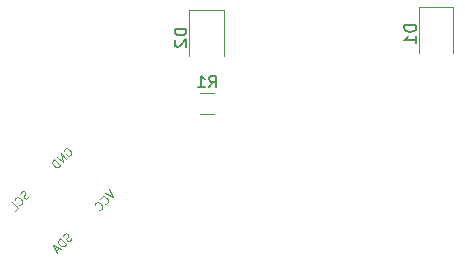
<source format=gbr>
G04 #@! TF.GenerationSoftware,KiCad,Pcbnew,(5.1.2)-1*
G04 #@! TF.CreationDate,2019-05-13T20:23:08-05:00*
G04 #@! TF.ProjectId,van-sao,76616e2d-7361-46f2-9e6b-696361645f70,rev?*
G04 #@! TF.SameCoordinates,Original*
G04 #@! TF.FileFunction,Legend,Bot*
G04 #@! TF.FilePolarity,Positive*
%FSLAX46Y46*%
G04 Gerber Fmt 4.6, Leading zero omitted, Abs format (unit mm)*
G04 Created by KiCad (PCBNEW (5.1.2)-1) date 2019-05-13 20:23:08*
%MOMM*%
%LPD*%
G04 APERTURE LIST*
%ADD10C,0.120000*%
%ADD11C,0.150000*%
%ADD12C,0.100000*%
G04 APERTURE END LIST*
D10*
X95200000Y-85080000D02*
X95200000Y-81195000D01*
X95200000Y-81195000D02*
X98120000Y-81195000D01*
X98120000Y-81195000D02*
X98120000Y-85080000D01*
X78673460Y-81499440D02*
X78673460Y-85384440D01*
X75753460Y-81499440D02*
X78673460Y-81499440D01*
X75753460Y-85384440D02*
X75753460Y-81499440D01*
X77863784Y-88467520D02*
X76659656Y-88467520D01*
X77863784Y-90287520D02*
X76659656Y-90287520D01*
D11*
X94967380Y-82741904D02*
X93967380Y-82741904D01*
X93967380Y-82980000D01*
X94015000Y-83122857D01*
X94110238Y-83218095D01*
X94205476Y-83265714D01*
X94395952Y-83313333D01*
X94538809Y-83313333D01*
X94729285Y-83265714D01*
X94824523Y-83218095D01*
X94919761Y-83122857D01*
X94967380Y-82980000D01*
X94967380Y-82741904D01*
X94967380Y-84265714D02*
X94967380Y-83694285D01*
X94967380Y-83980000D02*
X93967380Y-83980000D01*
X94110238Y-83884761D01*
X94205476Y-83789523D01*
X94253095Y-83694285D01*
X75520840Y-83046344D02*
X74520840Y-83046344D01*
X74520840Y-83284440D01*
X74568460Y-83427297D01*
X74663698Y-83522535D01*
X74758936Y-83570154D01*
X74949412Y-83617773D01*
X75092269Y-83617773D01*
X75282745Y-83570154D01*
X75377983Y-83522535D01*
X75473221Y-83427297D01*
X75520840Y-83284440D01*
X75520840Y-83046344D01*
X74616079Y-83998725D02*
X74568460Y-84046344D01*
X74520840Y-84141582D01*
X74520840Y-84379678D01*
X74568460Y-84474916D01*
X74616079Y-84522535D01*
X74711317Y-84570154D01*
X74806555Y-84570154D01*
X74949412Y-84522535D01*
X75520840Y-83951106D01*
X75520840Y-84570154D01*
X77428386Y-88009900D02*
X77761720Y-87533710D01*
X77999815Y-88009900D02*
X77999815Y-87009900D01*
X77618862Y-87009900D01*
X77523624Y-87057520D01*
X77476005Y-87105139D01*
X77428386Y-87200377D01*
X77428386Y-87343234D01*
X77476005Y-87438472D01*
X77523624Y-87486091D01*
X77618862Y-87533710D01*
X77999815Y-87533710D01*
X76476005Y-88009900D02*
X77047434Y-88009900D01*
X76761720Y-88009900D02*
X76761720Y-87009900D01*
X76856958Y-87152758D01*
X76952196Y-87247996D01*
X77047434Y-87295615D01*
D12*
X68964370Y-96655776D02*
X69294353Y-97315742D01*
X68634387Y-96985759D01*
X68634387Y-97881427D02*
X68681528Y-97881427D01*
X68775808Y-97834287D01*
X68822949Y-97787146D01*
X68870089Y-97692866D01*
X68870089Y-97598585D01*
X68846519Y-97527874D01*
X68775808Y-97410023D01*
X68705098Y-97339312D01*
X68587247Y-97268601D01*
X68516536Y-97245031D01*
X68422255Y-97245031D01*
X68327974Y-97292172D01*
X68280834Y-97339312D01*
X68233693Y-97433593D01*
X68233693Y-97480733D01*
X68139412Y-98376402D02*
X68186553Y-98376402D01*
X68280834Y-98329262D01*
X68327974Y-98282121D01*
X68375115Y-98187840D01*
X68375115Y-98093559D01*
X68351544Y-98022849D01*
X68280834Y-97904998D01*
X68210123Y-97834287D01*
X68092272Y-97763576D01*
X68021561Y-97740006D01*
X67927280Y-97740006D01*
X67832999Y-97787146D01*
X67785859Y-97834287D01*
X67738718Y-97928568D01*
X67738718Y-97975708D01*
X65112996Y-93370087D02*
X65136566Y-93299376D01*
X65207277Y-93228665D01*
X65301558Y-93181525D01*
X65395838Y-93181525D01*
X65466549Y-93205095D01*
X65584400Y-93275806D01*
X65655111Y-93346516D01*
X65725822Y-93464367D01*
X65749392Y-93535078D01*
X65749392Y-93629359D01*
X65702251Y-93723640D01*
X65655111Y-93770780D01*
X65560830Y-93817921D01*
X65513690Y-93817921D01*
X65348698Y-93652929D01*
X65442979Y-93558648D01*
X65348698Y-94077193D02*
X64853723Y-93582219D01*
X65065855Y-94360036D01*
X64570881Y-93865061D01*
X64830153Y-94595738D02*
X64335178Y-94100764D01*
X64217327Y-94218615D01*
X64170187Y-94312896D01*
X64170187Y-94407176D01*
X64193757Y-94477887D01*
X64264468Y-94595738D01*
X64335178Y-94666449D01*
X64453029Y-94737160D01*
X64523740Y-94760730D01*
X64618021Y-94760730D01*
X64712302Y-94713589D01*
X64830153Y-94595738D01*
X62180860Y-97197891D02*
X62133720Y-97292172D01*
X62015868Y-97410023D01*
X61945158Y-97433593D01*
X61898017Y-97433593D01*
X61827307Y-97410023D01*
X61780166Y-97362882D01*
X61756596Y-97292172D01*
X61756596Y-97245031D01*
X61780166Y-97174321D01*
X61850877Y-97056469D01*
X61874447Y-96985759D01*
X61874447Y-96938618D01*
X61850877Y-96867908D01*
X61803736Y-96820767D01*
X61733026Y-96797197D01*
X61685885Y-96797197D01*
X61615175Y-96820767D01*
X61497324Y-96938618D01*
X61450183Y-97032899D01*
X61379472Y-97952138D02*
X61426613Y-97952138D01*
X61520894Y-97904998D01*
X61568034Y-97857857D01*
X61615175Y-97763576D01*
X61615175Y-97669295D01*
X61591604Y-97598585D01*
X61520894Y-97480733D01*
X61450183Y-97410023D01*
X61332332Y-97339312D01*
X61261621Y-97315742D01*
X61167340Y-97315742D01*
X61073059Y-97362882D01*
X61025919Y-97410023D01*
X60978779Y-97504304D01*
X60978779Y-97551444D01*
X60978779Y-98447113D02*
X61214481Y-98211410D01*
X60719506Y-97716436D01*
X65784747Y-100778208D02*
X65737607Y-100872489D01*
X65619756Y-100990340D01*
X65549045Y-101013910D01*
X65501904Y-101013910D01*
X65431194Y-100990340D01*
X65384053Y-100943199D01*
X65360483Y-100872489D01*
X65360483Y-100825348D01*
X65384053Y-100754637D01*
X65454764Y-100636786D01*
X65478334Y-100566076D01*
X65478334Y-100518935D01*
X65454764Y-100448224D01*
X65407624Y-100401084D01*
X65336913Y-100377514D01*
X65289772Y-100377514D01*
X65219062Y-100401084D01*
X65101211Y-100518935D01*
X65054070Y-100613216D01*
X65313343Y-101296753D02*
X64818368Y-100801778D01*
X64700517Y-100919629D01*
X64653376Y-101013910D01*
X64653376Y-101108191D01*
X64676947Y-101178902D01*
X64747657Y-101296753D01*
X64818368Y-101367463D01*
X64936219Y-101438174D01*
X65006930Y-101461744D01*
X65101211Y-101461744D01*
X65195492Y-101414604D01*
X65313343Y-101296753D01*
X64700517Y-101626736D02*
X64464815Y-101862438D01*
X64889079Y-101721017D02*
X64229112Y-101391034D01*
X64559095Y-102051000D01*
M02*

</source>
